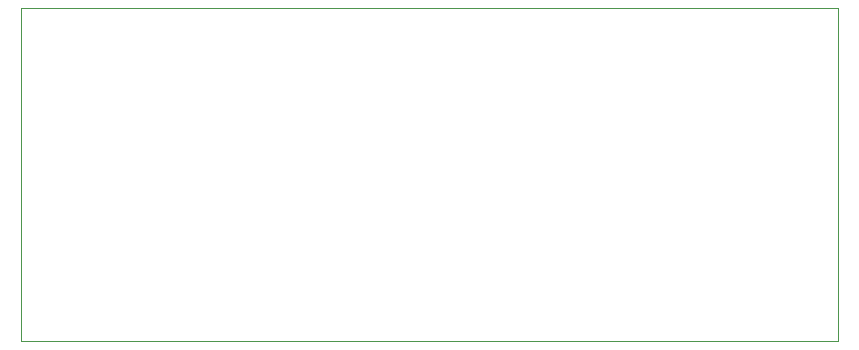
<source format=gbr>
%TF.GenerationSoftware,KiCad,Pcbnew,9.0.0*%
%TF.CreationDate,2025-03-14T11:53:48-04:00*%
%TF.ProjectId,RGB Clock Controller,52474220-436c-46f6-936b-20436f6e7472,rev?*%
%TF.SameCoordinates,Original*%
%TF.FileFunction,Profile,NP*%
%FSLAX46Y46*%
G04 Gerber Fmt 4.6, Leading zero omitted, Abs format (unit mm)*
G04 Created by KiCad (PCBNEW 9.0.0) date 2025-03-14 11:53:48*
%MOMM*%
%LPD*%
G01*
G04 APERTURE LIST*
%TA.AperFunction,Profile*%
%ADD10C,0.050000*%
%TD*%
G04 APERTURE END LIST*
D10*
X58420000Y-56261000D02*
X127635000Y-56261000D01*
X127635000Y-84455000D01*
X58420000Y-84455000D01*
X58420000Y-56261000D01*
M02*

</source>
